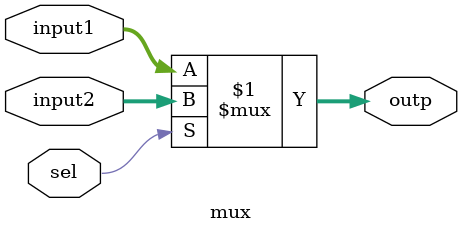
<source format=v>
`timescale 1ns / 1ps

module mux(input1,input2,sel,outp);
input [16-1:0] input1,input2;
input sel;
output [16-1:0] outp;
assign outp=(sel)?input2:input1;
endmodule

</source>
